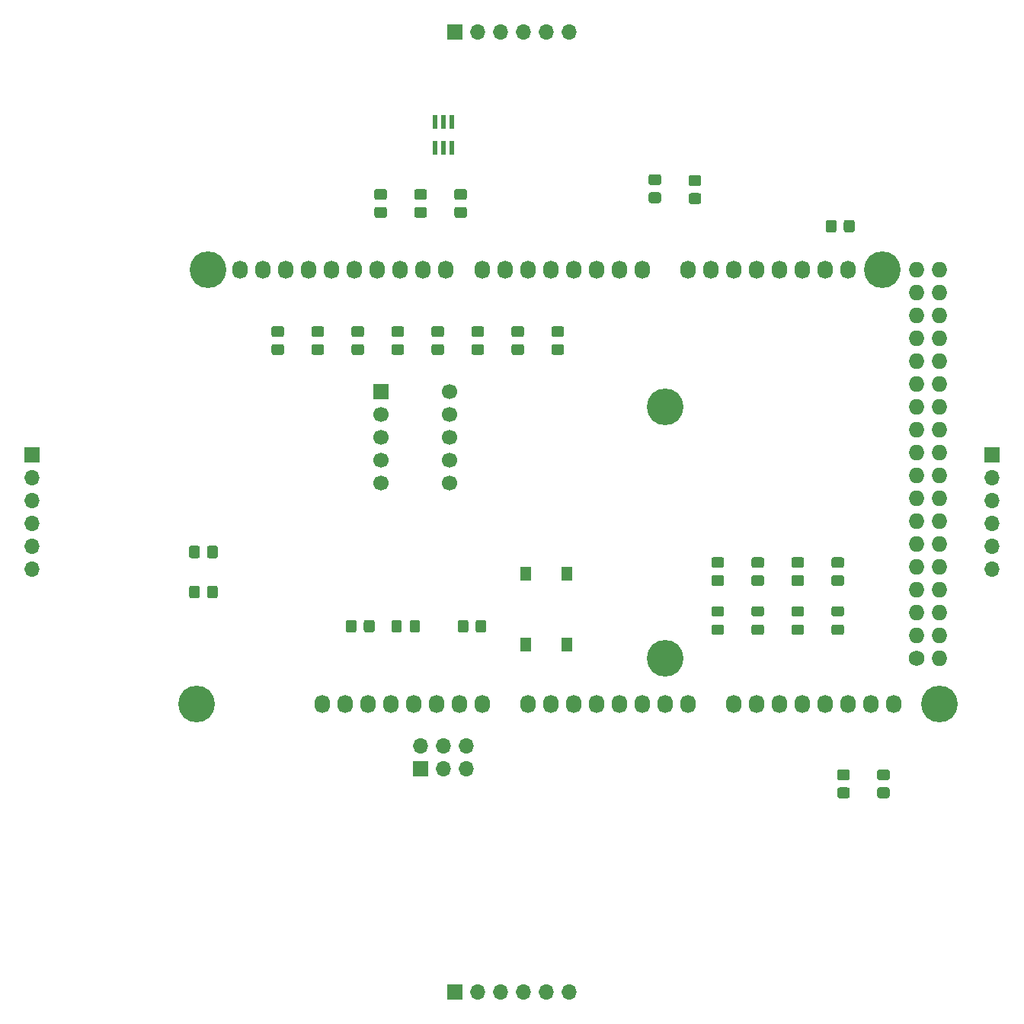
<source format=gbr>
%TF.GenerationSoftware,KiCad,Pcbnew,(5.1.10)-1*%
%TF.CreationDate,2021-11-04T11:59:55+01:00*%
%TF.ProjectId,2DMega,32444d65-6761-42e6-9b69-6361645f7063,rev?*%
%TF.SameCoordinates,Original*%
%TF.FileFunction,Soldermask,Top*%
%TF.FilePolarity,Negative*%
%FSLAX46Y46*%
G04 Gerber Fmt 4.6, Leading zero omitted, Abs format (unit mm)*
G04 Created by KiCad (PCBNEW (5.1.10)-1) date 2021-11-04 11:59:55*
%MOMM*%
%LPD*%
G01*
G04 APERTURE LIST*
%ADD10C,1.727200*%
%ADD11O,1.727200X1.727200*%
%ADD12O,1.727200X2.032000*%
%ADD13C,4.064000*%
%ADD14R,1.700000X1.700000*%
%ADD15O,1.700000X1.700000*%
%ADD16R,0.500000X1.600000*%
%ADD17C,1.700000*%
%ADD18R,1.300000X1.550000*%
G04 APERTURE END LIST*
D10*
%TO.C,P4*%
X197358000Y-114046000D03*
D11*
X199898000Y-114046000D03*
X197358000Y-111506000D03*
X199898000Y-111506000D03*
X197358000Y-108966000D03*
X199898000Y-108966000D03*
X197358000Y-106426000D03*
X199898000Y-106426000D03*
X197358000Y-103886000D03*
X199898000Y-103886000D03*
X197358000Y-101346000D03*
X199898000Y-101346000D03*
X197358000Y-98806000D03*
X199898000Y-98806000D03*
X197358000Y-96266000D03*
X199898000Y-96266000D03*
X197358000Y-93726000D03*
X199898000Y-93726000D03*
X197358000Y-91186000D03*
X199898000Y-91186000D03*
X197358000Y-88646000D03*
X199898000Y-88646000D03*
X197358000Y-86106000D03*
X199898000Y-86106000D03*
X197358000Y-83566000D03*
X199898000Y-83566000D03*
X197358000Y-81026000D03*
X199898000Y-81026000D03*
X197358000Y-78486000D03*
X199898000Y-78486000D03*
X197358000Y-75946000D03*
X199898000Y-75946000D03*
X197358000Y-73406000D03*
X199898000Y-73406000D03*
X197358000Y-70866000D03*
X199898000Y-70866000D03*
%TD*%
D12*
%TO.C,P1*%
X131318000Y-119126000D03*
X133858000Y-119126000D03*
X136398000Y-119126000D03*
X138938000Y-119126000D03*
X141478000Y-119126000D03*
X144018000Y-119126000D03*
X146558000Y-119126000D03*
X149098000Y-119126000D03*
%TD*%
%TO.C,P2*%
X154178000Y-119126000D03*
X156718000Y-119126000D03*
X159258000Y-119126000D03*
X161798000Y-119126000D03*
X164338000Y-119126000D03*
X166878000Y-119126000D03*
X169418000Y-119126000D03*
X171958000Y-119126000D03*
%TD*%
%TO.C,P3*%
X177038000Y-119126000D03*
X179578000Y-119126000D03*
X182118000Y-119126000D03*
X184658000Y-119126000D03*
X187198000Y-119126000D03*
X189738000Y-119126000D03*
X192278000Y-119126000D03*
X194818000Y-119126000D03*
%TD*%
%TO.C,P5*%
X122174000Y-70866000D03*
X124714000Y-70866000D03*
X127254000Y-70866000D03*
X129794000Y-70866000D03*
X132334000Y-70866000D03*
X134874000Y-70866000D03*
X137414000Y-70866000D03*
X139954000Y-70866000D03*
X142494000Y-70866000D03*
X145034000Y-70866000D03*
%TD*%
%TO.C,P6*%
X149098000Y-70866000D03*
X151638000Y-70866000D03*
X154178000Y-70866000D03*
X156718000Y-70866000D03*
X159258000Y-70866000D03*
X161798000Y-70866000D03*
X164338000Y-70866000D03*
X166878000Y-70866000D03*
%TD*%
%TO.C,P7*%
X171958000Y-70866000D03*
X174498000Y-70866000D03*
X177038000Y-70866000D03*
X179578000Y-70866000D03*
X182118000Y-70866000D03*
X184658000Y-70866000D03*
X187198000Y-70866000D03*
X189738000Y-70866000D03*
%TD*%
D13*
%TO.C,P8*%
X117348000Y-119126000D03*
%TD*%
%TO.C,P9*%
X169418000Y-114046000D03*
%TD*%
%TO.C,P10*%
X199898000Y-119126000D03*
%TD*%
%TO.C,P11*%
X118618000Y-70866000D03*
%TD*%
%TO.C,P12*%
X169418000Y-86106000D03*
%TD*%
%TO.C,P13*%
X193548000Y-70866000D03*
%TD*%
%TO.C,D1*%
G36*
G01*
X138980000Y-110940001D02*
X138980000Y-110039999D01*
G75*
G02*
X139229999Y-109790000I249999J0D01*
G01*
X139880001Y-109790000D01*
G75*
G02*
X140130000Y-110039999I0J-249999D01*
G01*
X140130000Y-110940001D01*
G75*
G02*
X139880001Y-111190000I-249999J0D01*
G01*
X139229999Y-111190000D01*
G75*
G02*
X138980000Y-110940001I0J249999D01*
G01*
G37*
G36*
G01*
X141030000Y-110940001D02*
X141030000Y-110039999D01*
G75*
G02*
X141279999Y-109790000I249999J0D01*
G01*
X141930001Y-109790000D01*
G75*
G02*
X142180000Y-110039999I0J-249999D01*
G01*
X142180000Y-110940001D01*
G75*
G02*
X141930001Y-111190000I-249999J0D01*
G01*
X141279999Y-111190000D01*
G75*
G02*
X141030000Y-110940001I0J249999D01*
G01*
G37*
%TD*%
%TO.C,D2*%
G36*
G01*
X174809999Y-108255000D02*
X175710001Y-108255000D01*
G75*
G02*
X175960000Y-108504999I0J-249999D01*
G01*
X175960000Y-109155001D01*
G75*
G02*
X175710001Y-109405000I-249999J0D01*
G01*
X174809999Y-109405000D01*
G75*
G02*
X174560000Y-109155001I0J249999D01*
G01*
X174560000Y-108504999D01*
G75*
G02*
X174809999Y-108255000I249999J0D01*
G01*
G37*
G36*
G01*
X174809999Y-110305000D02*
X175710001Y-110305000D01*
G75*
G02*
X175960000Y-110554999I0J-249999D01*
G01*
X175960000Y-111205001D01*
G75*
G02*
X175710001Y-111455000I-249999J0D01*
G01*
X174809999Y-111455000D01*
G75*
G02*
X174560000Y-111205001I0J249999D01*
G01*
X174560000Y-110554999D01*
G75*
G02*
X174809999Y-110305000I249999J0D01*
G01*
G37*
%TD*%
%TO.C,D3*%
G36*
G01*
X179254999Y-110305000D02*
X180155001Y-110305000D01*
G75*
G02*
X180405000Y-110554999I0J-249999D01*
G01*
X180405000Y-111205001D01*
G75*
G02*
X180155001Y-111455000I-249999J0D01*
G01*
X179254999Y-111455000D01*
G75*
G02*
X179005000Y-111205001I0J249999D01*
G01*
X179005000Y-110554999D01*
G75*
G02*
X179254999Y-110305000I249999J0D01*
G01*
G37*
G36*
G01*
X179254999Y-108255000D02*
X180155001Y-108255000D01*
G75*
G02*
X180405000Y-108504999I0J-249999D01*
G01*
X180405000Y-109155001D01*
G75*
G02*
X180155001Y-109405000I-249999J0D01*
G01*
X179254999Y-109405000D01*
G75*
G02*
X179005000Y-109155001I0J249999D01*
G01*
X179005000Y-108504999D01*
G75*
G02*
X179254999Y-108255000I249999J0D01*
G01*
G37*
%TD*%
%TO.C,D5*%
G36*
G01*
X183699999Y-108255000D02*
X184600001Y-108255000D01*
G75*
G02*
X184850000Y-108504999I0J-249999D01*
G01*
X184850000Y-109155001D01*
G75*
G02*
X184600001Y-109405000I-249999J0D01*
G01*
X183699999Y-109405000D01*
G75*
G02*
X183450000Y-109155001I0J249999D01*
G01*
X183450000Y-108504999D01*
G75*
G02*
X183699999Y-108255000I249999J0D01*
G01*
G37*
G36*
G01*
X183699999Y-110305000D02*
X184600001Y-110305000D01*
G75*
G02*
X184850000Y-110554999I0J-249999D01*
G01*
X184850000Y-111205001D01*
G75*
G02*
X184600001Y-111455000I-249999J0D01*
G01*
X183699999Y-111455000D01*
G75*
G02*
X183450000Y-111205001I0J249999D01*
G01*
X183450000Y-110554999D01*
G75*
G02*
X183699999Y-110305000I249999J0D01*
G01*
G37*
%TD*%
%TO.C,D6*%
G36*
G01*
X188144999Y-110305000D02*
X189045001Y-110305000D01*
G75*
G02*
X189295000Y-110554999I0J-249999D01*
G01*
X189295000Y-111205001D01*
G75*
G02*
X189045001Y-111455000I-249999J0D01*
G01*
X188144999Y-111455000D01*
G75*
G02*
X187895000Y-111205001I0J249999D01*
G01*
X187895000Y-110554999D01*
G75*
G02*
X188144999Y-110305000I249999J0D01*
G01*
G37*
G36*
G01*
X188144999Y-108255000D02*
X189045001Y-108255000D01*
G75*
G02*
X189295000Y-108504999I0J-249999D01*
G01*
X189295000Y-109155001D01*
G75*
G02*
X189045001Y-109405000I-249999J0D01*
G01*
X188144999Y-109405000D01*
G75*
G02*
X187895000Y-109155001I0J249999D01*
G01*
X187895000Y-108504999D01*
G75*
G02*
X188144999Y-108255000I249999J0D01*
G01*
G37*
%TD*%
D14*
%TO.C,J1*%
X146050000Y-44450000D03*
D15*
X148590000Y-44450000D03*
X151130000Y-44450000D03*
X153670000Y-44450000D03*
X156210000Y-44450000D03*
X158750000Y-44450000D03*
%TD*%
D14*
%TO.C,J2*%
X146050000Y-151130000D03*
D15*
X148590000Y-151130000D03*
X151130000Y-151130000D03*
X153670000Y-151130000D03*
X156210000Y-151130000D03*
X158750000Y-151130000D03*
%TD*%
%TO.C,J4*%
X205740000Y-104140000D03*
X205740000Y-101600000D03*
X205740000Y-99060000D03*
X205740000Y-96520000D03*
X205740000Y-93980000D03*
D14*
X205740000Y-91440000D03*
%TD*%
D15*
%TO.C,J5*%
X99060000Y-104140000D03*
X99060000Y-101600000D03*
X99060000Y-99060000D03*
X99060000Y-96520000D03*
X99060000Y-93980000D03*
D14*
X99060000Y-91440000D03*
%TD*%
%TO.C,R1*%
G36*
G01*
X131260001Y-78340000D02*
X130359999Y-78340000D01*
G75*
G02*
X130110000Y-78090001I0J249999D01*
G01*
X130110000Y-77389999D01*
G75*
G02*
X130359999Y-77140000I249999J0D01*
G01*
X131260001Y-77140000D01*
G75*
G02*
X131510000Y-77389999I0J-249999D01*
G01*
X131510000Y-78090001D01*
G75*
G02*
X131260001Y-78340000I-249999J0D01*
G01*
G37*
G36*
G01*
X131260001Y-80340000D02*
X130359999Y-80340000D01*
G75*
G02*
X130110000Y-80090001I0J249999D01*
G01*
X130110000Y-79389999D01*
G75*
G02*
X130359999Y-79140000I249999J0D01*
G01*
X131260001Y-79140000D01*
G75*
G02*
X131510000Y-79389999I0J-249999D01*
G01*
X131510000Y-80090001D01*
G75*
G02*
X131260001Y-80340000I-249999J0D01*
G01*
G37*
%TD*%
%TO.C,R2*%
G36*
G01*
X135125000Y-110039999D02*
X135125000Y-110940001D01*
G75*
G02*
X134875001Y-111190000I-249999J0D01*
G01*
X134174999Y-111190000D01*
G75*
G02*
X133925000Y-110940001I0J249999D01*
G01*
X133925000Y-110039999D01*
G75*
G02*
X134174999Y-109790000I249999J0D01*
G01*
X134875001Y-109790000D01*
G75*
G02*
X135125000Y-110039999I0J-249999D01*
G01*
G37*
G36*
G01*
X137125000Y-110039999D02*
X137125000Y-110940001D01*
G75*
G02*
X136875001Y-111190000I-249999J0D01*
G01*
X136174999Y-111190000D01*
G75*
G02*
X135925000Y-110940001I0J249999D01*
G01*
X135925000Y-110039999D01*
G75*
G02*
X136174999Y-109790000I249999J0D01*
G01*
X136875001Y-109790000D01*
G75*
G02*
X137125000Y-110039999I0J-249999D01*
G01*
G37*
%TD*%
%TO.C,R3*%
G36*
G01*
X126815001Y-80340000D02*
X125914999Y-80340000D01*
G75*
G02*
X125665000Y-80090001I0J249999D01*
G01*
X125665000Y-79389999D01*
G75*
G02*
X125914999Y-79140000I249999J0D01*
G01*
X126815001Y-79140000D01*
G75*
G02*
X127065000Y-79389999I0J-249999D01*
G01*
X127065000Y-80090001D01*
G75*
G02*
X126815001Y-80340000I-249999J0D01*
G01*
G37*
G36*
G01*
X126815001Y-78340000D02*
X125914999Y-78340000D01*
G75*
G02*
X125665000Y-78090001I0J249999D01*
G01*
X125665000Y-77389999D01*
G75*
G02*
X125914999Y-77140000I249999J0D01*
G01*
X126815001Y-77140000D01*
G75*
G02*
X127065000Y-77389999I0J-249999D01*
G01*
X127065000Y-78090001D01*
G75*
G02*
X126815001Y-78340000I-249999J0D01*
G01*
G37*
%TD*%
%TO.C,R4*%
G36*
G01*
X175710001Y-106010000D02*
X174809999Y-106010000D01*
G75*
G02*
X174560000Y-105760001I0J249999D01*
G01*
X174560000Y-105059999D01*
G75*
G02*
X174809999Y-104810000I249999J0D01*
G01*
X175710001Y-104810000D01*
G75*
G02*
X175960000Y-105059999I0J-249999D01*
G01*
X175960000Y-105760001D01*
G75*
G02*
X175710001Y-106010000I-249999J0D01*
G01*
G37*
G36*
G01*
X175710001Y-104010000D02*
X174809999Y-104010000D01*
G75*
G02*
X174560000Y-103760001I0J249999D01*
G01*
X174560000Y-103059999D01*
G75*
G02*
X174809999Y-102810000I249999J0D01*
G01*
X175710001Y-102810000D01*
G75*
G02*
X175960000Y-103059999I0J-249999D01*
G01*
X175960000Y-103760001D01*
G75*
G02*
X175710001Y-104010000I-249999J0D01*
G01*
G37*
%TD*%
%TO.C,R5*%
G36*
G01*
X153485001Y-78340000D02*
X152584999Y-78340000D01*
G75*
G02*
X152335000Y-78090001I0J249999D01*
G01*
X152335000Y-77389999D01*
G75*
G02*
X152584999Y-77140000I249999J0D01*
G01*
X153485001Y-77140000D01*
G75*
G02*
X153735000Y-77389999I0J-249999D01*
G01*
X153735000Y-78090001D01*
G75*
G02*
X153485001Y-78340000I-249999J0D01*
G01*
G37*
G36*
G01*
X153485001Y-80340000D02*
X152584999Y-80340000D01*
G75*
G02*
X152335000Y-80090001I0J249999D01*
G01*
X152335000Y-79389999D01*
G75*
G02*
X152584999Y-79140000I249999J0D01*
G01*
X153485001Y-79140000D01*
G75*
G02*
X153735000Y-79389999I0J-249999D01*
G01*
X153735000Y-80090001D01*
G75*
G02*
X153485001Y-80340000I-249999J0D01*
G01*
G37*
%TD*%
%TO.C,R6*%
G36*
G01*
X157930001Y-80340000D02*
X157029999Y-80340000D01*
G75*
G02*
X156780000Y-80090001I0J249999D01*
G01*
X156780000Y-79389999D01*
G75*
G02*
X157029999Y-79140000I249999J0D01*
G01*
X157930001Y-79140000D01*
G75*
G02*
X158180000Y-79389999I0J-249999D01*
G01*
X158180000Y-80090001D01*
G75*
G02*
X157930001Y-80340000I-249999J0D01*
G01*
G37*
G36*
G01*
X157930001Y-78340000D02*
X157029999Y-78340000D01*
G75*
G02*
X156780000Y-78090001I0J249999D01*
G01*
X156780000Y-77389999D01*
G75*
G02*
X157029999Y-77140000I249999J0D01*
G01*
X157930001Y-77140000D01*
G75*
G02*
X158180000Y-77389999I0J-249999D01*
G01*
X158180000Y-78090001D01*
G75*
G02*
X157930001Y-78340000I-249999J0D01*
G01*
G37*
%TD*%
%TO.C,R7*%
G36*
G01*
X149040001Y-80340000D02*
X148139999Y-80340000D01*
G75*
G02*
X147890000Y-80090001I0J249999D01*
G01*
X147890000Y-79389999D01*
G75*
G02*
X148139999Y-79140000I249999J0D01*
G01*
X149040001Y-79140000D01*
G75*
G02*
X149290000Y-79389999I0J-249999D01*
G01*
X149290000Y-80090001D01*
G75*
G02*
X149040001Y-80340000I-249999J0D01*
G01*
G37*
G36*
G01*
X149040001Y-78340000D02*
X148139999Y-78340000D01*
G75*
G02*
X147890000Y-78090001I0J249999D01*
G01*
X147890000Y-77389999D01*
G75*
G02*
X148139999Y-77140000I249999J0D01*
G01*
X149040001Y-77140000D01*
G75*
G02*
X149290000Y-77389999I0J-249999D01*
G01*
X149290000Y-78090001D01*
G75*
G02*
X149040001Y-78340000I-249999J0D01*
G01*
G37*
%TD*%
%TO.C,R8*%
G36*
G01*
X140150001Y-78340000D02*
X139249999Y-78340000D01*
G75*
G02*
X139000000Y-78090001I0J249999D01*
G01*
X139000000Y-77389999D01*
G75*
G02*
X139249999Y-77140000I249999J0D01*
G01*
X140150001Y-77140000D01*
G75*
G02*
X140400000Y-77389999I0J-249999D01*
G01*
X140400000Y-78090001D01*
G75*
G02*
X140150001Y-78340000I-249999J0D01*
G01*
G37*
G36*
G01*
X140150001Y-80340000D02*
X139249999Y-80340000D01*
G75*
G02*
X139000000Y-80090001I0J249999D01*
G01*
X139000000Y-79389999D01*
G75*
G02*
X139249999Y-79140000I249999J0D01*
G01*
X140150001Y-79140000D01*
G75*
G02*
X140400000Y-79389999I0J-249999D01*
G01*
X140400000Y-80090001D01*
G75*
G02*
X140150001Y-80340000I-249999J0D01*
G01*
G37*
%TD*%
%TO.C,R9*%
G36*
G01*
X180155001Y-104010000D02*
X179254999Y-104010000D01*
G75*
G02*
X179005000Y-103760001I0J249999D01*
G01*
X179005000Y-103059999D01*
G75*
G02*
X179254999Y-102810000I249999J0D01*
G01*
X180155001Y-102810000D01*
G75*
G02*
X180405000Y-103059999I0J-249999D01*
G01*
X180405000Y-103760001D01*
G75*
G02*
X180155001Y-104010000I-249999J0D01*
G01*
G37*
G36*
G01*
X180155001Y-106010000D02*
X179254999Y-106010000D01*
G75*
G02*
X179005000Y-105760001I0J249999D01*
G01*
X179005000Y-105059999D01*
G75*
G02*
X179254999Y-104810000I249999J0D01*
G01*
X180155001Y-104810000D01*
G75*
G02*
X180405000Y-105059999I0J-249999D01*
G01*
X180405000Y-105760001D01*
G75*
G02*
X180155001Y-106010000I-249999J0D01*
G01*
G37*
%TD*%
%TO.C,R10*%
G36*
G01*
X144595001Y-80340000D02*
X143694999Y-80340000D01*
G75*
G02*
X143445000Y-80090001I0J249999D01*
G01*
X143445000Y-79389999D01*
G75*
G02*
X143694999Y-79140000I249999J0D01*
G01*
X144595001Y-79140000D01*
G75*
G02*
X144845000Y-79389999I0J-249999D01*
G01*
X144845000Y-80090001D01*
G75*
G02*
X144595001Y-80340000I-249999J0D01*
G01*
G37*
G36*
G01*
X144595001Y-78340000D02*
X143694999Y-78340000D01*
G75*
G02*
X143445000Y-78090001I0J249999D01*
G01*
X143445000Y-77389999D01*
G75*
G02*
X143694999Y-77140000I249999J0D01*
G01*
X144595001Y-77140000D01*
G75*
G02*
X144845000Y-77389999I0J-249999D01*
G01*
X144845000Y-78090001D01*
G75*
G02*
X144595001Y-78340000I-249999J0D01*
G01*
G37*
%TD*%
%TO.C,R11*%
G36*
G01*
X135705001Y-80340000D02*
X134804999Y-80340000D01*
G75*
G02*
X134555000Y-80090001I0J249999D01*
G01*
X134555000Y-79389999D01*
G75*
G02*
X134804999Y-79140000I249999J0D01*
G01*
X135705001Y-79140000D01*
G75*
G02*
X135955000Y-79389999I0J-249999D01*
G01*
X135955000Y-80090001D01*
G75*
G02*
X135705001Y-80340000I-249999J0D01*
G01*
G37*
G36*
G01*
X135705001Y-78340000D02*
X134804999Y-78340000D01*
G75*
G02*
X134555000Y-78090001I0J249999D01*
G01*
X134555000Y-77389999D01*
G75*
G02*
X134804999Y-77140000I249999J0D01*
G01*
X135705001Y-77140000D01*
G75*
G02*
X135955000Y-77389999I0J-249999D01*
G01*
X135955000Y-78090001D01*
G75*
G02*
X135705001Y-78340000I-249999J0D01*
G01*
G37*
%TD*%
%TO.C,R15*%
G36*
G01*
X184600001Y-106010000D02*
X183699999Y-106010000D01*
G75*
G02*
X183450000Y-105760001I0J249999D01*
G01*
X183450000Y-105059999D01*
G75*
G02*
X183699999Y-104810000I249999J0D01*
G01*
X184600001Y-104810000D01*
G75*
G02*
X184850000Y-105059999I0J-249999D01*
G01*
X184850000Y-105760001D01*
G75*
G02*
X184600001Y-106010000I-249999J0D01*
G01*
G37*
G36*
G01*
X184600001Y-104010000D02*
X183699999Y-104010000D01*
G75*
G02*
X183450000Y-103760001I0J249999D01*
G01*
X183450000Y-103059999D01*
G75*
G02*
X183699999Y-102810000I249999J0D01*
G01*
X184600001Y-102810000D01*
G75*
G02*
X184850000Y-103059999I0J-249999D01*
G01*
X184850000Y-103760001D01*
G75*
G02*
X184600001Y-104010000I-249999J0D01*
G01*
G37*
%TD*%
%TO.C,R16*%
G36*
G01*
X189045001Y-104010000D02*
X188144999Y-104010000D01*
G75*
G02*
X187895000Y-103760001I0J249999D01*
G01*
X187895000Y-103059999D01*
G75*
G02*
X188144999Y-102810000I249999J0D01*
G01*
X189045001Y-102810000D01*
G75*
G02*
X189295000Y-103059999I0J-249999D01*
G01*
X189295000Y-103760001D01*
G75*
G02*
X189045001Y-104010000I-249999J0D01*
G01*
G37*
G36*
G01*
X189045001Y-106010000D02*
X188144999Y-106010000D01*
G75*
G02*
X187895000Y-105760001I0J249999D01*
G01*
X187895000Y-105059999D01*
G75*
G02*
X188144999Y-104810000I249999J0D01*
G01*
X189045001Y-104810000D01*
G75*
G02*
X189295000Y-105059999I0J-249999D01*
G01*
X189295000Y-105760001D01*
G75*
G02*
X189045001Y-106010000I-249999J0D01*
G01*
G37*
%TD*%
%TO.C,J3*%
X142240000Y-126365000D03*
D15*
X142240000Y-123825000D03*
X144780000Y-126365000D03*
X144780000Y-123825000D03*
X147320000Y-126365000D03*
X147320000Y-123825000D03*
%TD*%
D16*
%TO.C,D4*%
X145680000Y-57355000D03*
X144780000Y-57355000D03*
X143880000Y-57355000D03*
X143880000Y-54405000D03*
X144780000Y-54405000D03*
X145680000Y-54405000D03*
%TD*%
%TO.C,R12*%
G36*
G01*
X147135001Y-65100000D02*
X146234999Y-65100000D01*
G75*
G02*
X145985000Y-64850001I0J249999D01*
G01*
X145985000Y-64149999D01*
G75*
G02*
X146234999Y-63900000I249999J0D01*
G01*
X147135001Y-63900000D01*
G75*
G02*
X147385000Y-64149999I0J-249999D01*
G01*
X147385000Y-64850001D01*
G75*
G02*
X147135001Y-65100000I-249999J0D01*
G01*
G37*
G36*
G01*
X147135001Y-63100000D02*
X146234999Y-63100000D01*
G75*
G02*
X145985000Y-62850001I0J249999D01*
G01*
X145985000Y-62149999D01*
G75*
G02*
X146234999Y-61900000I249999J0D01*
G01*
X147135001Y-61900000D01*
G75*
G02*
X147385000Y-62149999I0J-249999D01*
G01*
X147385000Y-62850001D01*
G75*
G02*
X147135001Y-63100000I-249999J0D01*
G01*
G37*
%TD*%
%TO.C,R13*%
G36*
G01*
X142690001Y-63100000D02*
X141789999Y-63100000D01*
G75*
G02*
X141540000Y-62850001I0J249999D01*
G01*
X141540000Y-62149999D01*
G75*
G02*
X141789999Y-61900000I249999J0D01*
G01*
X142690001Y-61900000D01*
G75*
G02*
X142940000Y-62149999I0J-249999D01*
G01*
X142940000Y-62850001D01*
G75*
G02*
X142690001Y-63100000I-249999J0D01*
G01*
G37*
G36*
G01*
X142690001Y-65100000D02*
X141789999Y-65100000D01*
G75*
G02*
X141540000Y-64850001I0J249999D01*
G01*
X141540000Y-64149999D01*
G75*
G02*
X141789999Y-63900000I249999J0D01*
G01*
X142690001Y-63900000D01*
G75*
G02*
X142940000Y-64149999I0J-249999D01*
G01*
X142940000Y-64850001D01*
G75*
G02*
X142690001Y-65100000I-249999J0D01*
G01*
G37*
%TD*%
%TO.C,R14*%
G36*
G01*
X138245001Y-65100000D02*
X137344999Y-65100000D01*
G75*
G02*
X137095000Y-64850001I0J249999D01*
G01*
X137095000Y-64149999D01*
G75*
G02*
X137344999Y-63900000I249999J0D01*
G01*
X138245001Y-63900000D01*
G75*
G02*
X138495000Y-64149999I0J-249999D01*
G01*
X138495000Y-64850001D01*
G75*
G02*
X138245001Y-65100000I-249999J0D01*
G01*
G37*
G36*
G01*
X138245001Y-63100000D02*
X137344999Y-63100000D01*
G75*
G02*
X137095000Y-62850001I0J249999D01*
G01*
X137095000Y-62149999D01*
G75*
G02*
X137344999Y-61900000I249999J0D01*
G01*
X138245001Y-61900000D01*
G75*
G02*
X138495000Y-62149999I0J-249999D01*
G01*
X138495000Y-62850001D01*
G75*
G02*
X138245001Y-63100000I-249999J0D01*
G01*
G37*
%TD*%
D14*
%TO.C,U1*%
X137795000Y-84455000D03*
D17*
X137795000Y-86995000D03*
X137795000Y-89535000D03*
X137795000Y-92075000D03*
X137795000Y-94615000D03*
X145415000Y-94615000D03*
X145415000Y-92075000D03*
X145415000Y-89535000D03*
X145415000Y-86995000D03*
X145415000Y-84455000D03*
%TD*%
%TO.C,R19*%
G36*
G01*
X146355000Y-110940001D02*
X146355000Y-110039999D01*
G75*
G02*
X146604999Y-109790000I249999J0D01*
G01*
X147305001Y-109790000D01*
G75*
G02*
X147555000Y-110039999I0J-249999D01*
G01*
X147555000Y-110940001D01*
G75*
G02*
X147305001Y-111190000I-249999J0D01*
G01*
X146604999Y-111190000D01*
G75*
G02*
X146355000Y-110940001I0J249999D01*
G01*
G37*
G36*
G01*
X148355000Y-110940001D02*
X148355000Y-110039999D01*
G75*
G02*
X148604999Y-109790000I249999J0D01*
G01*
X149305001Y-109790000D01*
G75*
G02*
X149555000Y-110039999I0J-249999D01*
G01*
X149555000Y-110940001D01*
G75*
G02*
X149305001Y-111190000I-249999J0D01*
G01*
X148604999Y-111190000D01*
G75*
G02*
X148355000Y-110940001I0J249999D01*
G01*
G37*
%TD*%
D18*
%TO.C,SW1*%
X153960000Y-112560000D03*
X153960000Y-104610000D03*
X158460000Y-112560000D03*
X158460000Y-104610000D03*
%TD*%
%TO.C,R17*%
G36*
G01*
X189680001Y-127600000D02*
X188779999Y-127600000D01*
G75*
G02*
X188530000Y-127350001I0J249999D01*
G01*
X188530000Y-126649999D01*
G75*
G02*
X188779999Y-126400000I249999J0D01*
G01*
X189680001Y-126400000D01*
G75*
G02*
X189930000Y-126649999I0J-249999D01*
G01*
X189930000Y-127350001D01*
G75*
G02*
X189680001Y-127600000I-249999J0D01*
G01*
G37*
G36*
G01*
X189680001Y-129600000D02*
X188779999Y-129600000D01*
G75*
G02*
X188530000Y-129350001I0J249999D01*
G01*
X188530000Y-128649999D01*
G75*
G02*
X188779999Y-128400000I249999J0D01*
G01*
X189680001Y-128400000D01*
G75*
G02*
X189930000Y-128649999I0J-249999D01*
G01*
X189930000Y-129350001D01*
G75*
G02*
X189680001Y-129600000I-249999J0D01*
G01*
G37*
%TD*%
%TO.C,R18*%
G36*
G01*
X193224999Y-126400000D02*
X194125001Y-126400000D01*
G75*
G02*
X194375000Y-126649999I0J-249999D01*
G01*
X194375000Y-127350001D01*
G75*
G02*
X194125001Y-127600000I-249999J0D01*
G01*
X193224999Y-127600000D01*
G75*
G02*
X192975000Y-127350001I0J249999D01*
G01*
X192975000Y-126649999D01*
G75*
G02*
X193224999Y-126400000I249999J0D01*
G01*
G37*
G36*
G01*
X193224999Y-128400000D02*
X194125001Y-128400000D01*
G75*
G02*
X194375000Y-128649999I0J-249999D01*
G01*
X194375000Y-129350001D01*
G75*
G02*
X194125001Y-129600000I-249999J0D01*
G01*
X193224999Y-129600000D01*
G75*
G02*
X192975000Y-129350001I0J249999D01*
G01*
X192975000Y-128649999D01*
G75*
G02*
X193224999Y-128400000I249999J0D01*
G01*
G37*
%TD*%
%TO.C,R20*%
G36*
G01*
X167824999Y-62265000D02*
X168725001Y-62265000D01*
G75*
G02*
X168975000Y-62514999I0J-249999D01*
G01*
X168975000Y-63215001D01*
G75*
G02*
X168725001Y-63465000I-249999J0D01*
G01*
X167824999Y-63465000D01*
G75*
G02*
X167575000Y-63215001I0J249999D01*
G01*
X167575000Y-62514999D01*
G75*
G02*
X167824999Y-62265000I249999J0D01*
G01*
G37*
G36*
G01*
X167824999Y-60265000D02*
X168725001Y-60265000D01*
G75*
G02*
X168975000Y-60514999I0J-249999D01*
G01*
X168975000Y-61215001D01*
G75*
G02*
X168725001Y-61465000I-249999J0D01*
G01*
X167824999Y-61465000D01*
G75*
G02*
X167575000Y-61215001I0J249999D01*
G01*
X167575000Y-60514999D01*
G75*
G02*
X167824999Y-60265000I249999J0D01*
G01*
G37*
%TD*%
%TO.C,R21*%
G36*
G01*
X173170001Y-63560000D02*
X172269999Y-63560000D01*
G75*
G02*
X172020000Y-63310001I0J249999D01*
G01*
X172020000Y-62609999D01*
G75*
G02*
X172269999Y-62360000I249999J0D01*
G01*
X173170001Y-62360000D01*
G75*
G02*
X173420000Y-62609999I0J-249999D01*
G01*
X173420000Y-63310001D01*
G75*
G02*
X173170001Y-63560000I-249999J0D01*
G01*
G37*
G36*
G01*
X173170001Y-61560000D02*
X172269999Y-61560000D01*
G75*
G02*
X172020000Y-61310001I0J249999D01*
G01*
X172020000Y-60609999D01*
G75*
G02*
X172269999Y-60360000I249999J0D01*
G01*
X173170001Y-60360000D01*
G75*
G02*
X173420000Y-60609999I0J-249999D01*
G01*
X173420000Y-61310001D01*
G75*
G02*
X173170001Y-61560000I-249999J0D01*
G01*
G37*
%TD*%
%TO.C,R22*%
G36*
G01*
X118510000Y-102685001D02*
X118510000Y-101784999D01*
G75*
G02*
X118759999Y-101535000I249999J0D01*
G01*
X119460001Y-101535000D01*
G75*
G02*
X119710000Y-101784999I0J-249999D01*
G01*
X119710000Y-102685001D01*
G75*
G02*
X119460001Y-102935000I-249999J0D01*
G01*
X118759999Y-102935000D01*
G75*
G02*
X118510000Y-102685001I0J249999D01*
G01*
G37*
G36*
G01*
X116510000Y-102685001D02*
X116510000Y-101784999D01*
G75*
G02*
X116759999Y-101535000I249999J0D01*
G01*
X117460001Y-101535000D01*
G75*
G02*
X117710000Y-101784999I0J-249999D01*
G01*
X117710000Y-102685001D01*
G75*
G02*
X117460001Y-102935000I-249999J0D01*
G01*
X116759999Y-102935000D01*
G75*
G02*
X116510000Y-102685001I0J249999D01*
G01*
G37*
%TD*%
%TO.C,R23*%
G36*
G01*
X119710000Y-106229999D02*
X119710000Y-107130001D01*
G75*
G02*
X119460001Y-107380000I-249999J0D01*
G01*
X118759999Y-107380000D01*
G75*
G02*
X118510000Y-107130001I0J249999D01*
G01*
X118510000Y-106229999D01*
G75*
G02*
X118759999Y-105980000I249999J0D01*
G01*
X119460001Y-105980000D01*
G75*
G02*
X119710000Y-106229999I0J-249999D01*
G01*
G37*
G36*
G01*
X117710000Y-106229999D02*
X117710000Y-107130001D01*
G75*
G02*
X117460001Y-107380000I-249999J0D01*
G01*
X116759999Y-107380000D01*
G75*
G02*
X116510000Y-107130001I0J249999D01*
G01*
X116510000Y-106229999D01*
G75*
G02*
X116759999Y-105980000I249999J0D01*
G01*
X117460001Y-105980000D01*
G75*
G02*
X117710000Y-106229999I0J-249999D01*
G01*
G37*
%TD*%
%TO.C,R25*%
G36*
G01*
X189265000Y-66490001D02*
X189265000Y-65589999D01*
G75*
G02*
X189514999Y-65340000I249999J0D01*
G01*
X190215001Y-65340000D01*
G75*
G02*
X190465000Y-65589999I0J-249999D01*
G01*
X190465000Y-66490001D01*
G75*
G02*
X190215001Y-66740000I-249999J0D01*
G01*
X189514999Y-66740000D01*
G75*
G02*
X189265000Y-66490001I0J249999D01*
G01*
G37*
G36*
G01*
X187265000Y-66490001D02*
X187265000Y-65589999D01*
G75*
G02*
X187514999Y-65340000I249999J0D01*
G01*
X188215001Y-65340000D01*
G75*
G02*
X188465000Y-65589999I0J-249999D01*
G01*
X188465000Y-66490001D01*
G75*
G02*
X188215001Y-66740000I-249999J0D01*
G01*
X187514999Y-66740000D01*
G75*
G02*
X187265000Y-66490001I0J249999D01*
G01*
G37*
%TD*%
M02*

</source>
